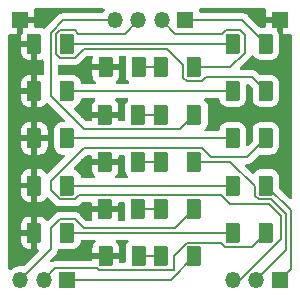
<source format=gbr>
%TF.GenerationSoftware,KiCad,Pcbnew,8.0.3*%
%TF.CreationDate,2024-07-13T00:09:23+02:00*%
%TF.ProjectId,Led Nixie,4c656420-4e69-4786-9965-2e6b69636164,rev?*%
%TF.SameCoordinates,Original*%
%TF.FileFunction,Copper,L1,Top*%
%TF.FilePolarity,Positive*%
%FSLAX46Y46*%
G04 Gerber Fmt 4.6, Leading zero omitted, Abs format (unit mm)*
G04 Created by KiCad (PCBNEW 8.0.3) date 2024-07-13 00:09:23*
%MOMM*%
%LPD*%
G01*
G04 APERTURE LIST*
G04 Aperture macros list*
%AMRoundRect*
0 Rectangle with rounded corners*
0 $1 Rounding radius*
0 $2 $3 $4 $5 $6 $7 $8 $9 X,Y pos of 4 corners*
0 Add a 4 corners polygon primitive as box body*
4,1,4,$2,$3,$4,$5,$6,$7,$8,$9,$2,$3,0*
0 Add four circle primitives for the rounded corners*
1,1,$1+$1,$2,$3*
1,1,$1+$1,$4,$5*
1,1,$1+$1,$6,$7*
1,1,$1+$1,$8,$9*
0 Add four rect primitives between the rounded corners*
20,1,$1+$1,$2,$3,$4,$5,0*
20,1,$1+$1,$4,$5,$6,$7,0*
20,1,$1+$1,$6,$7,$8,$9,0*
20,1,$1+$1,$8,$9,$2,$3,0*%
G04 Aperture macros list end*
%TA.AperFunction,ComponentPad*%
%ADD10R,1.350000X1.350000*%
%TD*%
%TA.AperFunction,ComponentPad*%
%ADD11O,1.350000X1.350000*%
%TD*%
%TA.AperFunction,SMDPad,CuDef*%
%ADD12RoundRect,0.250000X-0.375000X-0.625000X0.375000X-0.625000X0.375000X0.625000X-0.375000X0.625000X0*%
%TD*%
%TA.AperFunction,ViaPad*%
%ADD13C,0.600000*%
%TD*%
%TA.AperFunction,Conductor*%
%ADD14C,0.200000*%
%TD*%
G04 APERTURE END LIST*
D10*
%TO.P,J1,1,Pin_1*%
%TO.N,Net-(D1-A)*%
X103000000Y-29000000D03*
D11*
%TO.P,J1,2,Pin_2*%
%TO.N,Net-(D3-A)*%
X101000000Y-29000000D03*
%TO.P,J1,3,Pin_3*%
%TO.N,Net-(D5-A)*%
X99000000Y-29000000D03*
%TO.P,J1,4,Pin_4*%
%TO.N,Net-(D7-A)*%
X97000000Y-29000000D03*
%TD*%
D10*
%TO.P,J5,1,Pin_1*%
%TO.N,GND*%
X111000000Y-29000000D03*
%TD*%
%TO.P,J4,1,Pin_1*%
%TO.N,GND*%
X89000000Y-29000000D03*
%TD*%
%TO.P,J3,1,Pin_1*%
%TO.N,Net-(D19-A)*%
X93000000Y-51000000D03*
D11*
%TO.P,J3,2,Pin_2*%
%TO.N,Net-(D17-A)*%
X91000000Y-51000000D03*
%TO.P,J3,3,Pin_3*%
%TO.N,Net-(D15-A)*%
X89000000Y-51000000D03*
%TD*%
D10*
%TO.P,J2,1,Pin_1*%
%TO.N,Net-(D13-A)*%
X111000000Y-51000000D03*
D11*
%TO.P,J2,2,Pin_2*%
%TO.N,Net-(D11-A)*%
X109000000Y-51000000D03*
%TO.P,J2,3,Pin_3*%
%TO.N,Net-(D9-A)*%
X107000000Y-51000000D03*
%TD*%
D12*
%TO.P,D20,1,K*%
%TO.N,GND*%
X96250000Y-49000000D03*
%TO.P,D20,2,A*%
%TO.N,Net-(D19-K)*%
X99050000Y-49000000D03*
%TD*%
%TO.P,D19,1,K*%
%TO.N,Net-(D19-K)*%
X100950000Y-49000000D03*
%TO.P,D19,2,A*%
%TO.N,Net-(D19-A)*%
X103750000Y-49000000D03*
%TD*%
%TO.P,D18,1,K*%
%TO.N,GND*%
X90200000Y-47000000D03*
%TO.P,D18,2,A*%
%TO.N,Net-(D17-K)*%
X93000000Y-47000000D03*
%TD*%
%TO.P,D17,1,K*%
%TO.N,Net-(D17-K)*%
X107000000Y-47000000D03*
%TO.P,D17,2,A*%
%TO.N,Net-(D17-A)*%
X109800000Y-47000000D03*
%TD*%
%TO.P,D16,1,K*%
%TO.N,GND*%
X96200000Y-45000000D03*
%TO.P,D16,2,A*%
%TO.N,Net-(D15-K)*%
X99000000Y-45000000D03*
%TD*%
%TO.P,D15,1,K*%
%TO.N,Net-(D15-K)*%
X100950000Y-45000000D03*
%TO.P,D15,2,A*%
%TO.N,Net-(D15-A)*%
X103750000Y-45000000D03*
%TD*%
%TO.P,D14,1,K*%
%TO.N,GND*%
X90200000Y-43000000D03*
%TO.P,D14,2,A*%
%TO.N,Net-(D13-K)*%
X93000000Y-43000000D03*
%TD*%
%TO.P,D13,1,K*%
%TO.N,Net-(D13-K)*%
X107000000Y-43000000D03*
%TO.P,D13,2,A*%
%TO.N,Net-(D13-A)*%
X109800000Y-43000000D03*
%TD*%
%TO.P,D12,1,K*%
%TO.N,GND*%
X96200000Y-41000000D03*
%TO.P,D12,2,A*%
%TO.N,Net-(D11-K)*%
X99000000Y-41000000D03*
%TD*%
%TO.P,D11,1,K*%
%TO.N,Net-(D11-K)*%
X100950000Y-41000000D03*
%TO.P,D11,2,A*%
%TO.N,Net-(D11-A)*%
X103750000Y-41000000D03*
%TD*%
%TO.P,D10,1,K*%
%TO.N,GND*%
X90200000Y-39000000D03*
%TO.P,D10,2,A*%
%TO.N,Net-(D10-A)*%
X93000000Y-39000000D03*
%TD*%
%TO.P,D9,1,K*%
%TO.N,Net-(D10-A)*%
X107000000Y-39000000D03*
%TO.P,D9,2,A*%
%TO.N,Net-(D9-A)*%
X109800000Y-39000000D03*
%TD*%
%TO.P,D8,1,K*%
%TO.N,GND*%
X96200000Y-37000000D03*
%TO.P,D8,2,A*%
%TO.N,Net-(D7-K)*%
X99000000Y-37000000D03*
%TD*%
%TO.P,D7,1,K*%
%TO.N,Net-(D7-K)*%
X100950000Y-37000000D03*
%TO.P,D7,2,A*%
%TO.N,Net-(D7-A)*%
X103750000Y-37000000D03*
%TD*%
%TO.P,D6,1,K*%
%TO.N,GND*%
X90200000Y-35000000D03*
%TO.P,D6,2,A*%
%TO.N,Net-(D5-K)*%
X93000000Y-35000000D03*
%TD*%
%TO.P,D5,1,K*%
%TO.N,Net-(D5-K)*%
X107000000Y-35000000D03*
%TO.P,D5,2,A*%
%TO.N,Net-(D5-A)*%
X109800000Y-35000000D03*
%TD*%
%TO.P,D4,1,K*%
%TO.N,GND*%
X96250000Y-33000000D03*
%TO.P,D4,2,A*%
%TO.N,Net-(D3-K)*%
X99050000Y-33000000D03*
%TD*%
%TO.P,D3,1,K*%
%TO.N,Net-(D3-K)*%
X100950000Y-33000000D03*
%TO.P,D3,2,A*%
%TO.N,Net-(D3-A)*%
X103750000Y-33000000D03*
%TD*%
%TO.P,D2,1,K*%
%TO.N,GND*%
X90200000Y-31000000D03*
%TO.P,D2,2,A*%
%TO.N,Net-(D1-K)*%
X93000000Y-31000000D03*
%TD*%
%TO.P,D1,1,K*%
%TO.N,Net-(D1-K)*%
X107000000Y-31000000D03*
%TO.P,D1,2,A*%
%TO.N,Net-(D1-A)*%
X109800000Y-31000000D03*
%TD*%
D13*
%TO.N,GND*%
X94400000Y-45000000D03*
X94400000Y-49000000D03*
X94400000Y-41000000D03*
X94400000Y-33000000D03*
X94400000Y-37000000D03*
%TD*%
D14*
%TO.N,Net-(D7-A)*%
X94390256Y-38175000D02*
X102575000Y-38175000D01*
X102575000Y-38175000D02*
X103750000Y-37000000D01*
X91600000Y-35384744D02*
X94390256Y-38175000D01*
X91600000Y-30049570D02*
X91600000Y-35384744D01*
X92649570Y-29000000D02*
X91600000Y-30049570D01*
X97000000Y-29000000D02*
X92649570Y-29000000D01*
%TO.N,Net-(D9-A)*%
X108200000Y-40600000D02*
X109800000Y-39000000D01*
X105134744Y-40600000D02*
X108200000Y-40600000D01*
X104359744Y-39825000D02*
X105134744Y-40600000D01*
X94390256Y-39825000D02*
X104359744Y-39825000D01*
X91600000Y-42615256D02*
X94390256Y-39825000D01*
X91600000Y-43384744D02*
X91600000Y-42615256D01*
X92390256Y-44175000D02*
X91600000Y-43384744D01*
X93992372Y-43792372D02*
X93609744Y-44175000D01*
X106007628Y-43792372D02*
X93992372Y-43792372D01*
X93609744Y-44175000D02*
X92390256Y-44175000D01*
X106790256Y-44575000D02*
X106007628Y-43792372D01*
X111100000Y-47521141D02*
X111100000Y-45565686D01*
X111100000Y-45565686D02*
X110109314Y-44575000D01*
X107621141Y-51000000D02*
X111100000Y-47521141D01*
X110109314Y-44575000D02*
X106790256Y-44575000D01*
X107000000Y-51000000D02*
X107621141Y-51000000D01*
%TO.N,Net-(D15-A)*%
X102150000Y-46600000D02*
X103750000Y-45000000D01*
X91600000Y-48400000D02*
X91600000Y-46615256D01*
X93609744Y-45825000D02*
X94384744Y-46600000D01*
X94384744Y-46600000D02*
X102150000Y-46600000D01*
X89000000Y-51000000D02*
X91600000Y-48400000D01*
X91600000Y-46615256D02*
X92390256Y-45825000D01*
X92390256Y-45825000D02*
X93609744Y-45825000D01*
%TO.N,Net-(D17-A)*%
X108625000Y-48175000D02*
X109800000Y-47000000D01*
X106375000Y-48175000D02*
X108625000Y-48175000D01*
X103140256Y-47825000D02*
X106025000Y-47825000D01*
X102009314Y-48955942D02*
X103140256Y-47825000D01*
X106025000Y-47825000D02*
X106375000Y-48175000D01*
X102009314Y-50175000D02*
X102009314Y-48955942D01*
X95640256Y-50175000D02*
X102009314Y-50175000D01*
X95490256Y-50025000D02*
X95640256Y-50175000D01*
X91975000Y-50025000D02*
X95490256Y-50025000D01*
X91000000Y-51000000D02*
X91975000Y-50025000D01*
%TO.N,Net-(D11-A)*%
X106800000Y-41000000D02*
X103750000Y-41000000D01*
X108875000Y-43859744D02*
X108875000Y-43075000D01*
X110275000Y-44175000D02*
X109190256Y-44175000D01*
X108875000Y-43075000D02*
X106800000Y-41000000D01*
X111500000Y-45400000D02*
X110275000Y-44175000D01*
X109190256Y-44175000D02*
X108875000Y-43859744D01*
X111500000Y-48500000D02*
X111500000Y-45400000D01*
X109000000Y-51000000D02*
X111500000Y-48500000D01*
%TO.N,Net-(D13-A)*%
X111900000Y-45100000D02*
X109800000Y-43000000D01*
X111900000Y-50100000D02*
X111900000Y-45100000D01*
X111000000Y-51000000D02*
X111900000Y-50100000D01*
%TO.N,Net-(D19-A)*%
X93000000Y-51000000D02*
X101750000Y-51000000D01*
X101750000Y-51000000D02*
X103750000Y-49000000D01*
%TO.N,Net-(D5-A)*%
X104734744Y-33800000D02*
X108600000Y-33800000D01*
X104359744Y-34175000D02*
X104734744Y-33800000D01*
X102825000Y-33859744D02*
X103140256Y-34175000D01*
X108600000Y-33800000D02*
X109800000Y-35000000D01*
X102825000Y-32825000D02*
X102825000Y-33859744D01*
X101400000Y-31400000D02*
X102825000Y-32825000D01*
X94384744Y-31400000D02*
X101400000Y-31400000D01*
X93609744Y-32175000D02*
X94384744Y-31400000D01*
X92390256Y-32175000D02*
X93609744Y-32175000D01*
X92075000Y-31859744D02*
X92390256Y-32175000D01*
X92075000Y-30140256D02*
X92075000Y-31859744D01*
X92390256Y-29825000D02*
X92075000Y-30140256D01*
X93609744Y-29825000D02*
X92390256Y-29825000D01*
X93925000Y-30140256D02*
X93609744Y-29825000D01*
X97859744Y-30140256D02*
X93925000Y-30140256D01*
X103140256Y-34175000D02*
X104359744Y-34175000D01*
X99000000Y-29000000D02*
X97859744Y-30140256D01*
%TO.N,Net-(D3-A)*%
X106784744Y-33000000D02*
X103750000Y-33000000D01*
X107609744Y-29825000D02*
X108000000Y-30215256D01*
X106390256Y-29825000D02*
X107609744Y-29825000D01*
X102140256Y-30140256D02*
X106075000Y-30140256D01*
X108000000Y-31784744D02*
X106784744Y-33000000D01*
X101000000Y-29000000D02*
X102140256Y-30140256D01*
X106075000Y-30140256D02*
X106390256Y-29825000D01*
X108000000Y-30215256D02*
X108000000Y-31784744D01*
%TO.N,Net-(D1-A)*%
X107800000Y-29000000D02*
X109800000Y-31000000D01*
X103000000Y-29000000D02*
X107800000Y-29000000D01*
%TO.N,Net-(D19-K)*%
X99050000Y-49000000D02*
X100950000Y-49000000D01*
%TO.N,Net-(D17-K)*%
X93000000Y-47000000D02*
X107000000Y-47000000D01*
%TO.N,Net-(D15-K)*%
X99000000Y-45000000D02*
X100950000Y-45000000D01*
%TO.N,Net-(D13-K)*%
X93000000Y-43000000D02*
X107000000Y-43000000D01*
%TO.N,Net-(D11-K)*%
X99000000Y-41000000D02*
X100950000Y-41000000D01*
%TO.N,Net-(D10-A)*%
X93000000Y-39000000D02*
X107000000Y-39000000D01*
%TO.N,Net-(D7-K)*%
X99000000Y-37000000D02*
X100950000Y-37000000D01*
%TO.N,Net-(D5-K)*%
X93000000Y-35000000D02*
X107000000Y-35000000D01*
%TO.N,Net-(D3-K)*%
X99050000Y-33000000D02*
X100950000Y-33000000D01*
%TO.N,Net-(D1-K)*%
X93000000Y-31000000D02*
X107000000Y-31000000D01*
%TO.N,Net-(D3-K)*%
X99000000Y-33100000D02*
X99100000Y-33100000D01*
X98900000Y-33000000D02*
X99000000Y-33100000D01*
%TD*%
%TA.AperFunction,Conductor*%
%TO.N,GND*%
G36*
X89250000Y-30094000D02*
G01*
X89230315Y-30161039D01*
X89177511Y-30206794D01*
X89126000Y-30218000D01*
X89086921Y-30218000D01*
X89085494Y-30222304D01*
X89085493Y-30222308D01*
X89075000Y-30325013D01*
X89075000Y-30750000D01*
X90326000Y-30750000D01*
X90393039Y-30769685D01*
X90438794Y-30822489D01*
X90450000Y-30874000D01*
X90450000Y-32374999D01*
X90624972Y-32374999D01*
X90624986Y-32374998D01*
X90727697Y-32364505D01*
X90836496Y-32328453D01*
X90906324Y-32326051D01*
X90966366Y-32361783D01*
X90997559Y-32424303D01*
X90999500Y-32446159D01*
X90999500Y-33553841D01*
X90979815Y-33620880D01*
X90927011Y-33666635D01*
X90857853Y-33676579D01*
X90836496Y-33671547D01*
X90727697Y-33635494D01*
X90727690Y-33635493D01*
X90624986Y-33625000D01*
X90450000Y-33625000D01*
X90450000Y-36374999D01*
X90624972Y-36374999D01*
X90624986Y-36374998D01*
X90727697Y-36364505D01*
X90894119Y-36309358D01*
X90894124Y-36309356D01*
X91043345Y-36217315D01*
X91167317Y-36093343D01*
X91196403Y-36046187D01*
X91248350Y-35999462D01*
X91317312Y-35988239D01*
X91381395Y-36016082D01*
X91389623Y-36023602D01*
X92778840Y-37412819D01*
X92812325Y-37474142D01*
X92807341Y-37543834D01*
X92765469Y-37599767D01*
X92700005Y-37624184D01*
X92691160Y-37624500D01*
X92574999Y-37624500D01*
X92574980Y-37624501D01*
X92472203Y-37635000D01*
X92472200Y-37635001D01*
X92305668Y-37690185D01*
X92305663Y-37690187D01*
X92156342Y-37782289D01*
X92032289Y-37906342D01*
X91940187Y-38055663D01*
X91940185Y-38055668D01*
X91940115Y-38055880D01*
X91885001Y-38222203D01*
X91885001Y-38222204D01*
X91885000Y-38222204D01*
X91874500Y-38324983D01*
X91874500Y-39675001D01*
X91874501Y-39675018D01*
X91885000Y-39777796D01*
X91885001Y-39777799D01*
X91927591Y-39906324D01*
X91940186Y-39944334D01*
X92032288Y-40093656D01*
X92156344Y-40217712D01*
X92305666Y-40309814D01*
X92472203Y-40364999D01*
X92574991Y-40375500D01*
X92691159Y-40375499D01*
X92758197Y-40395183D01*
X92803952Y-40447987D01*
X92813896Y-40517145D01*
X92784872Y-40580701D01*
X92778839Y-40587180D01*
X91389622Y-41976396D01*
X91328299Y-42009881D01*
X91258607Y-42004897D01*
X91202674Y-41963025D01*
X91196402Y-41953811D01*
X91167317Y-41906656D01*
X91043345Y-41782684D01*
X90894124Y-41690643D01*
X90894119Y-41690641D01*
X90727697Y-41635494D01*
X90727690Y-41635493D01*
X90624986Y-41625000D01*
X90450000Y-41625000D01*
X90450000Y-44374999D01*
X90624972Y-44374999D01*
X90624986Y-44374998D01*
X90727697Y-44364505D01*
X90894119Y-44309358D01*
X90894124Y-44309356D01*
X91043345Y-44217315D01*
X91167315Y-44093345D01*
X91196403Y-44046187D01*
X91248351Y-43999463D01*
X91317313Y-43988240D01*
X91381396Y-44016084D01*
X91389623Y-44023603D01*
X91675376Y-44309356D01*
X92021540Y-44655520D01*
X92021542Y-44655521D01*
X92021546Y-44655524D01*
X92158465Y-44734573D01*
X92158472Y-44734577D01*
X92311199Y-44775501D01*
X92311201Y-44775501D01*
X92476910Y-44775501D01*
X92476926Y-44775500D01*
X93523075Y-44775500D01*
X93523091Y-44775501D01*
X93530687Y-44775501D01*
X93688798Y-44775501D01*
X93688801Y-44775501D01*
X93841529Y-44734577D01*
X93891648Y-44705639D01*
X93978460Y-44655520D01*
X94090264Y-44543716D01*
X94090265Y-44543714D01*
X94204790Y-44429190D01*
X94266113Y-44395706D01*
X94292471Y-44392872D01*
X94951000Y-44392872D01*
X95018039Y-44412557D01*
X95063794Y-44465361D01*
X95075000Y-44516872D01*
X95075000Y-44750000D01*
X97324999Y-44750000D01*
X97324999Y-44516872D01*
X97344684Y-44449833D01*
X97397488Y-44404078D01*
X97448999Y-44392872D01*
X97750500Y-44392872D01*
X97817539Y-44412557D01*
X97863294Y-44465361D01*
X97874500Y-44516872D01*
X97874500Y-45675001D01*
X97874501Y-45675018D01*
X97885000Y-45777796D01*
X97904452Y-45836495D01*
X97906854Y-45906324D01*
X97871122Y-45966366D01*
X97808602Y-45997559D01*
X97786746Y-45999500D01*
X97412727Y-45999500D01*
X97345688Y-45979815D01*
X97299933Y-45927011D01*
X97289989Y-45857853D01*
X97295021Y-45836496D01*
X97314505Y-45777697D01*
X97314506Y-45777690D01*
X97324999Y-45674986D01*
X97325000Y-45674973D01*
X97325000Y-45250000D01*
X95075001Y-45250000D01*
X95075001Y-45674986D01*
X95085494Y-45777697D01*
X95104978Y-45836496D01*
X95107380Y-45906325D01*
X95071648Y-45966366D01*
X95009127Y-45997559D01*
X94987272Y-45999500D01*
X94684842Y-45999500D01*
X94617803Y-45979815D01*
X94597161Y-45963181D01*
X94097334Y-45463355D01*
X94097332Y-45463352D01*
X93978461Y-45344481D01*
X93978460Y-45344480D01*
X93891648Y-45294360D01*
X93891648Y-45294359D01*
X93891644Y-45294358D01*
X93841529Y-45265423D01*
X93688801Y-45224499D01*
X93530687Y-45224499D01*
X93523091Y-45224499D01*
X93523075Y-45224500D01*
X92476926Y-45224500D01*
X92476910Y-45224499D01*
X92469314Y-45224499D01*
X92311199Y-45224499D01*
X92234835Y-45244961D01*
X92158470Y-45265423D01*
X92158465Y-45265426D01*
X92021546Y-45344475D01*
X92021538Y-45344481D01*
X91389622Y-45976396D01*
X91328299Y-46009881D01*
X91258607Y-46004897D01*
X91202674Y-45963025D01*
X91196402Y-45953811D01*
X91167317Y-45906656D01*
X91043345Y-45782684D01*
X90894124Y-45690643D01*
X90894119Y-45690641D01*
X90727697Y-45635494D01*
X90727690Y-45635493D01*
X90624986Y-45625000D01*
X90450000Y-45625000D01*
X90450000Y-48374999D01*
X90476402Y-48374999D01*
X90543441Y-48394684D01*
X90589196Y-48447488D01*
X90599140Y-48516646D01*
X90570115Y-48580202D01*
X90564083Y-48586680D01*
X89338253Y-49812510D01*
X89276930Y-49845995D01*
X89227789Y-49846718D01*
X89108926Y-49824500D01*
X88891074Y-49824500D01*
X88676931Y-49864530D01*
X88628130Y-49883435D01*
X88473792Y-49943226D01*
X88473786Y-49943229D01*
X88288576Y-50057906D01*
X88288567Y-50057913D01*
X88208037Y-50131325D01*
X88145233Y-50161941D01*
X88075846Y-50153743D01*
X88021906Y-50109333D01*
X88000539Y-50042810D01*
X88000500Y-50039687D01*
X88000500Y-47674986D01*
X89075001Y-47674986D01*
X89085494Y-47777697D01*
X89140641Y-47944119D01*
X89140643Y-47944124D01*
X89232684Y-48093345D01*
X89356654Y-48217315D01*
X89505875Y-48309356D01*
X89505880Y-48309358D01*
X89672302Y-48364505D01*
X89672309Y-48364506D01*
X89775019Y-48374999D01*
X89949999Y-48374999D01*
X89950000Y-48374998D01*
X89950000Y-47250000D01*
X89075001Y-47250000D01*
X89075001Y-47674986D01*
X88000500Y-47674986D01*
X88000500Y-46325013D01*
X89075000Y-46325013D01*
X89075000Y-46750000D01*
X89950000Y-46750000D01*
X89950000Y-45625000D01*
X89775029Y-45625000D01*
X89775012Y-45625001D01*
X89672302Y-45635494D01*
X89505880Y-45690641D01*
X89505875Y-45690643D01*
X89356654Y-45782684D01*
X89232684Y-45906654D01*
X89140643Y-46055875D01*
X89140641Y-46055880D01*
X89085494Y-46222302D01*
X89085493Y-46222309D01*
X89075000Y-46325013D01*
X88000500Y-46325013D01*
X88000500Y-43674986D01*
X89075001Y-43674986D01*
X89085494Y-43777697D01*
X89140641Y-43944119D01*
X89140643Y-43944124D01*
X89232684Y-44093345D01*
X89356654Y-44217315D01*
X89505875Y-44309356D01*
X89505880Y-44309358D01*
X89672302Y-44364505D01*
X89672309Y-44364506D01*
X89775019Y-44374999D01*
X89949999Y-44374999D01*
X89950000Y-44374998D01*
X89950000Y-43250000D01*
X89075001Y-43250000D01*
X89075001Y-43674986D01*
X88000500Y-43674986D01*
X88000500Y-42325013D01*
X89075000Y-42325013D01*
X89075000Y-42750000D01*
X89950000Y-42750000D01*
X89950000Y-41625000D01*
X89775029Y-41625000D01*
X89775012Y-41625001D01*
X89672302Y-41635494D01*
X89505880Y-41690641D01*
X89505875Y-41690643D01*
X89356654Y-41782684D01*
X89232684Y-41906654D01*
X89140643Y-42055875D01*
X89140641Y-42055880D01*
X89085494Y-42222302D01*
X89085493Y-42222309D01*
X89075000Y-42325013D01*
X88000500Y-42325013D01*
X88000500Y-39674986D01*
X89075001Y-39674986D01*
X89085494Y-39777697D01*
X89140641Y-39944119D01*
X89140643Y-39944124D01*
X89232684Y-40093345D01*
X89356654Y-40217315D01*
X89505875Y-40309356D01*
X89505880Y-40309358D01*
X89672302Y-40364505D01*
X89672309Y-40364506D01*
X89775019Y-40374999D01*
X89949999Y-40374999D01*
X90450000Y-40374999D01*
X90624972Y-40374999D01*
X90624986Y-40374998D01*
X90727697Y-40364505D01*
X90894119Y-40309358D01*
X90894124Y-40309356D01*
X91043345Y-40217315D01*
X91167315Y-40093345D01*
X91259356Y-39944124D01*
X91259358Y-39944119D01*
X91314505Y-39777697D01*
X91314506Y-39777690D01*
X91324999Y-39674986D01*
X91325000Y-39674973D01*
X91325000Y-39250000D01*
X90450000Y-39250000D01*
X90450000Y-40374999D01*
X89949999Y-40374999D01*
X89950000Y-40374998D01*
X89950000Y-39250000D01*
X89075001Y-39250000D01*
X89075001Y-39674986D01*
X88000500Y-39674986D01*
X88000500Y-38325013D01*
X89075000Y-38325013D01*
X89075000Y-38750000D01*
X89950000Y-38750000D01*
X90450000Y-38750000D01*
X91324999Y-38750000D01*
X91324999Y-38325028D01*
X91324998Y-38325013D01*
X91314505Y-38222302D01*
X91259358Y-38055880D01*
X91259356Y-38055875D01*
X91167315Y-37906654D01*
X91043345Y-37782684D01*
X90894124Y-37690643D01*
X90894119Y-37690641D01*
X90727697Y-37635494D01*
X90727690Y-37635493D01*
X90624986Y-37625000D01*
X90450000Y-37625000D01*
X90450000Y-38750000D01*
X89950000Y-38750000D01*
X89950000Y-37625000D01*
X89775029Y-37625000D01*
X89775012Y-37625001D01*
X89672302Y-37635494D01*
X89505880Y-37690641D01*
X89505875Y-37690643D01*
X89356654Y-37782684D01*
X89232684Y-37906654D01*
X89140643Y-38055875D01*
X89140641Y-38055880D01*
X89085494Y-38222302D01*
X89085493Y-38222309D01*
X89075000Y-38325013D01*
X88000500Y-38325013D01*
X88000500Y-35674986D01*
X89075001Y-35674986D01*
X89085494Y-35777697D01*
X89140641Y-35944119D01*
X89140643Y-35944124D01*
X89232684Y-36093345D01*
X89356654Y-36217315D01*
X89505875Y-36309356D01*
X89505880Y-36309358D01*
X89672302Y-36364505D01*
X89672309Y-36364506D01*
X89775019Y-36374999D01*
X89949999Y-36374999D01*
X89950000Y-36374998D01*
X89950000Y-35250000D01*
X89075001Y-35250000D01*
X89075001Y-35674986D01*
X88000500Y-35674986D01*
X88000500Y-34325013D01*
X89075000Y-34325013D01*
X89075000Y-34750000D01*
X89950000Y-34750000D01*
X89950000Y-33625000D01*
X89775029Y-33625000D01*
X89775012Y-33625001D01*
X89672302Y-33635494D01*
X89505880Y-33690641D01*
X89505875Y-33690643D01*
X89356654Y-33782684D01*
X89232684Y-33906654D01*
X89140643Y-34055875D01*
X89140641Y-34055880D01*
X89085494Y-34222302D01*
X89085493Y-34222309D01*
X89075000Y-34325013D01*
X88000500Y-34325013D01*
X88000500Y-31674986D01*
X89075001Y-31674986D01*
X89085494Y-31777697D01*
X89140641Y-31944119D01*
X89140643Y-31944124D01*
X89232684Y-32093345D01*
X89356654Y-32217315D01*
X89505875Y-32309356D01*
X89505880Y-32309358D01*
X89672302Y-32364505D01*
X89672309Y-32364506D01*
X89775019Y-32374999D01*
X89949999Y-32374999D01*
X89950000Y-32374998D01*
X89950000Y-31250000D01*
X89075001Y-31250000D01*
X89075001Y-31674986D01*
X88000500Y-31674986D01*
X88000500Y-30266209D01*
X88020185Y-30199170D01*
X88072989Y-30153415D01*
X88142147Y-30143471D01*
X88167834Y-30150027D01*
X88217623Y-30168597D01*
X88217627Y-30168598D01*
X88277155Y-30174999D01*
X88277172Y-30175000D01*
X88750000Y-30175000D01*
X88750000Y-29315686D01*
X88754394Y-29320080D01*
X88845606Y-29372741D01*
X88947339Y-29400000D01*
X89052661Y-29400000D01*
X89154394Y-29372741D01*
X89245606Y-29320080D01*
X89250000Y-29315686D01*
X89250000Y-30094000D01*
G37*
%TD.AperFunction*%
%TA.AperFunction,Conductor*%
G36*
X95356516Y-47620185D02*
G01*
X95402271Y-47672989D01*
X95412215Y-47742147D01*
X95383190Y-47805703D01*
X95377158Y-47812181D01*
X95282684Y-47906654D01*
X95190643Y-48055875D01*
X95190641Y-48055880D01*
X95135494Y-48222302D01*
X95135493Y-48222309D01*
X95125000Y-48325013D01*
X95125000Y-48750000D01*
X97374999Y-48750000D01*
X97374999Y-48325028D01*
X97374998Y-48325013D01*
X97364505Y-48222302D01*
X97309358Y-48055880D01*
X97309356Y-48055875D01*
X97217315Y-47906654D01*
X97122842Y-47812181D01*
X97089357Y-47750858D01*
X97094341Y-47681166D01*
X97136213Y-47625233D01*
X97201677Y-47600816D01*
X97210523Y-47600500D01*
X98088770Y-47600500D01*
X98155809Y-47620185D01*
X98201564Y-47672989D01*
X98211508Y-47742147D01*
X98182483Y-47805703D01*
X98176451Y-47812181D01*
X98082289Y-47906342D01*
X97990187Y-48055663D01*
X97990185Y-48055668D01*
X97990115Y-48055880D01*
X97935001Y-48222203D01*
X97935001Y-48222204D01*
X97935000Y-48222204D01*
X97924500Y-48324983D01*
X97924500Y-48324991D01*
X97924500Y-48917148D01*
X97924501Y-49450500D01*
X97904816Y-49517539D01*
X97852013Y-49563294D01*
X97800501Y-49574500D01*
X97499000Y-49574500D01*
X97431961Y-49554815D01*
X97386206Y-49502011D01*
X97375000Y-49450500D01*
X97375000Y-49250000D01*
X95125001Y-49250000D01*
X95125001Y-49300500D01*
X95105316Y-49367539D01*
X95052512Y-49413294D01*
X95001001Y-49424500D01*
X91895942Y-49424500D01*
X91743214Y-49465423D01*
X91722594Y-49477328D01*
X91719598Y-49479059D01*
X91717069Y-49480519D01*
X91717062Y-49480523D01*
X91708536Y-49485445D01*
X91640636Y-49501914D01*
X91574610Y-49479059D01*
X91531421Y-49424136D01*
X91524783Y-49354583D01*
X91556802Y-49292481D01*
X91558860Y-49290374D01*
X91659244Y-49189990D01*
X91958506Y-48890727D01*
X91958511Y-48890724D01*
X91968714Y-48880520D01*
X91968716Y-48880520D01*
X92080520Y-48768716D01*
X92145874Y-48655519D01*
X92159577Y-48631785D01*
X92200500Y-48479058D01*
X92200500Y-48446685D01*
X92220185Y-48379646D01*
X92272989Y-48333891D01*
X92342147Y-48323947D01*
X92363497Y-48328977D01*
X92472203Y-48364999D01*
X92574991Y-48375500D01*
X93425008Y-48375499D01*
X93425016Y-48375498D01*
X93425019Y-48375498D01*
X93481302Y-48369748D01*
X93527797Y-48364999D01*
X93694334Y-48309814D01*
X93843656Y-48217712D01*
X93967712Y-48093656D01*
X94059814Y-47944334D01*
X94114999Y-47777797D01*
X94118641Y-47742147D01*
X94121732Y-47711897D01*
X94148129Y-47647205D01*
X94205310Y-47607054D01*
X94245090Y-47600500D01*
X95289477Y-47600500D01*
X95356516Y-47620185D01*
G37*
%TD.AperFunction*%
%TA.AperFunction,Conductor*%
G36*
X111250000Y-30175000D02*
G01*
X111722828Y-30175000D01*
X111722844Y-30174999D01*
X111782372Y-30168598D01*
X111782376Y-30168597D01*
X111832166Y-30150027D01*
X111901858Y-30145043D01*
X111963181Y-30178528D01*
X111996666Y-30239851D01*
X111999500Y-30266209D01*
X111999500Y-44050903D01*
X111979815Y-44117942D01*
X111927011Y-44163697D01*
X111857853Y-44173641D01*
X111794297Y-44144616D01*
X111787819Y-44138584D01*
X110961818Y-43312583D01*
X110928333Y-43251260D01*
X110925499Y-43224902D01*
X110925499Y-42324998D01*
X110925498Y-42324981D01*
X110914999Y-42222203D01*
X110914998Y-42222200D01*
X110886015Y-42134736D01*
X110859814Y-42055666D01*
X110767712Y-41906344D01*
X110643656Y-41782288D01*
X110494334Y-41690186D01*
X110327797Y-41635001D01*
X110327795Y-41635000D01*
X110225010Y-41624500D01*
X109374998Y-41624500D01*
X109374980Y-41624501D01*
X109272203Y-41635000D01*
X109272200Y-41635001D01*
X109105668Y-41690185D01*
X109105663Y-41690187D01*
X108956342Y-41782289D01*
X108832287Y-41906344D01*
X108809052Y-41944015D01*
X108757104Y-41990739D01*
X108688141Y-42001960D01*
X108624059Y-41974117D01*
X108615833Y-41966598D01*
X108061417Y-41412182D01*
X108027932Y-41350859D01*
X108032916Y-41281167D01*
X108074788Y-41225234D01*
X108140252Y-41200817D01*
X108149098Y-41200501D01*
X108279054Y-41200501D01*
X108279057Y-41200501D01*
X108431785Y-41159577D01*
X108481904Y-41130639D01*
X108568716Y-41080520D01*
X108680520Y-40968716D01*
X108680520Y-40968714D01*
X108690728Y-40958507D01*
X108690729Y-40958504D01*
X109241457Y-40407777D01*
X109302778Y-40374294D01*
X109341735Y-40372102D01*
X109374991Y-40375500D01*
X110225008Y-40375499D01*
X110225016Y-40375498D01*
X110225019Y-40375498D01*
X110281302Y-40369748D01*
X110327797Y-40364999D01*
X110494334Y-40309814D01*
X110643656Y-40217712D01*
X110767712Y-40093656D01*
X110859814Y-39944334D01*
X110914999Y-39777797D01*
X110925500Y-39675009D01*
X110925499Y-38324992D01*
X110914999Y-38222203D01*
X110859814Y-38055666D01*
X110767712Y-37906344D01*
X110643656Y-37782288D01*
X110494334Y-37690186D01*
X110327797Y-37635001D01*
X110327795Y-37635000D01*
X110225010Y-37624500D01*
X109374998Y-37624500D01*
X109374980Y-37624501D01*
X109272203Y-37635000D01*
X109272200Y-37635001D01*
X109105668Y-37690185D01*
X109105663Y-37690187D01*
X108956342Y-37782289D01*
X108832289Y-37906342D01*
X108740187Y-38055663D01*
X108740185Y-38055668D01*
X108740115Y-38055880D01*
X108685001Y-38222203D01*
X108685001Y-38222204D01*
X108685000Y-38222204D01*
X108674500Y-38324983D01*
X108674500Y-39224901D01*
X108654815Y-39291940D01*
X108638181Y-39312582D01*
X108337180Y-39613582D01*
X108275857Y-39647067D01*
X108206165Y-39642083D01*
X108150232Y-39600211D01*
X108125815Y-39534747D01*
X108125499Y-39525925D01*
X108125499Y-38324992D01*
X108114999Y-38222203D01*
X108059814Y-38055666D01*
X107967712Y-37906344D01*
X107843656Y-37782288D01*
X107694334Y-37690186D01*
X107527797Y-37635001D01*
X107527795Y-37635000D01*
X107425010Y-37624500D01*
X106574998Y-37624500D01*
X106574980Y-37624501D01*
X106472203Y-37635000D01*
X106472200Y-37635001D01*
X106305668Y-37690185D01*
X106305663Y-37690187D01*
X106156342Y-37782289D01*
X106032289Y-37906342D01*
X105940187Y-38055663D01*
X105940185Y-38055668D01*
X105885001Y-38222204D01*
X105885000Y-38222205D01*
X105878268Y-38288103D01*
X105851871Y-38352795D01*
X105794690Y-38392946D01*
X105754910Y-38399500D01*
X104711230Y-38399500D01*
X104644191Y-38379815D01*
X104598436Y-38327011D01*
X104588492Y-38257853D01*
X104617517Y-38194297D01*
X104623549Y-38187819D01*
X104717712Y-38093656D01*
X104809814Y-37944334D01*
X104864999Y-37777797D01*
X104875500Y-37675009D01*
X104875499Y-36324992D01*
X104864999Y-36222203D01*
X104809814Y-36055666D01*
X104717712Y-35906344D01*
X104623549Y-35812181D01*
X104590064Y-35750858D01*
X104595048Y-35681166D01*
X104636920Y-35625233D01*
X104702384Y-35600816D01*
X104711230Y-35600500D01*
X105754911Y-35600500D01*
X105821950Y-35620185D01*
X105867705Y-35672989D01*
X105878269Y-35711898D01*
X105885001Y-35777797D01*
X105885001Y-35777799D01*
X105913985Y-35865265D01*
X105940186Y-35944334D01*
X106032288Y-36093656D01*
X106156344Y-36217712D01*
X106305666Y-36309814D01*
X106472203Y-36364999D01*
X106574991Y-36375500D01*
X107425008Y-36375499D01*
X107425016Y-36375498D01*
X107425019Y-36375498D01*
X107481302Y-36369748D01*
X107527797Y-36364999D01*
X107694334Y-36309814D01*
X107843656Y-36217712D01*
X107967712Y-36093656D01*
X108059814Y-35944334D01*
X108114999Y-35777797D01*
X108125500Y-35675009D01*
X108125499Y-34524499D01*
X108145184Y-34457461D01*
X108197987Y-34411706D01*
X108249499Y-34400500D01*
X108299903Y-34400500D01*
X108366942Y-34420185D01*
X108387584Y-34436819D01*
X108638181Y-34687416D01*
X108671666Y-34748739D01*
X108674500Y-34775097D01*
X108674500Y-35675001D01*
X108674501Y-35675019D01*
X108685000Y-35777796D01*
X108685001Y-35777799D01*
X108713985Y-35865265D01*
X108740186Y-35944334D01*
X108832288Y-36093656D01*
X108956344Y-36217712D01*
X109105666Y-36309814D01*
X109272203Y-36364999D01*
X109374991Y-36375500D01*
X110225008Y-36375499D01*
X110225016Y-36375498D01*
X110225019Y-36375498D01*
X110281302Y-36369748D01*
X110327797Y-36364999D01*
X110494334Y-36309814D01*
X110643656Y-36217712D01*
X110767712Y-36093656D01*
X110859814Y-35944334D01*
X110914999Y-35777797D01*
X110925500Y-35675009D01*
X110925499Y-34324992D01*
X110914999Y-34222203D01*
X110859814Y-34055666D01*
X110767712Y-33906344D01*
X110643656Y-33782288D01*
X110494334Y-33690186D01*
X110327797Y-33635001D01*
X110327795Y-33635000D01*
X110225010Y-33624500D01*
X109374999Y-33624500D01*
X109374973Y-33624502D01*
X109341734Y-33627897D01*
X109273042Y-33615126D01*
X109241455Y-33592220D01*
X109087590Y-33438355D01*
X109087588Y-33438352D01*
X108968717Y-33319481D01*
X108968716Y-33319480D01*
X108881904Y-33269360D01*
X108881904Y-33269359D01*
X108881900Y-33269358D01*
X108831785Y-33240423D01*
X108679057Y-33199499D01*
X108520943Y-33199499D01*
X108513347Y-33199499D01*
X108513331Y-33199500D01*
X107733841Y-33199500D01*
X107666802Y-33179815D01*
X107621047Y-33127011D01*
X107611103Y-33057853D01*
X107640128Y-32994297D01*
X107646160Y-32987819D01*
X107928340Y-32705639D01*
X108480520Y-32153460D01*
X108557466Y-32020185D01*
X108563641Y-32009490D01*
X108566254Y-32010998D01*
X108601063Y-31967798D01*
X108667355Y-31945728D01*
X108735056Y-31963003D01*
X108777327Y-32004550D01*
X108832288Y-32093656D01*
X108956344Y-32217712D01*
X109105666Y-32309814D01*
X109272203Y-32364999D01*
X109374991Y-32375500D01*
X110225008Y-32375499D01*
X110225016Y-32375498D01*
X110225019Y-32375498D01*
X110281302Y-32369748D01*
X110327797Y-32364999D01*
X110494334Y-32309814D01*
X110643656Y-32217712D01*
X110767712Y-32093656D01*
X110859814Y-31944334D01*
X110914999Y-31777797D01*
X110925500Y-31675009D01*
X110925499Y-30324992D01*
X110914999Y-30222203D01*
X110859814Y-30055666D01*
X110768461Y-29907558D01*
X110750000Y-29842462D01*
X110750000Y-29315686D01*
X110754394Y-29320080D01*
X110845606Y-29372741D01*
X110947339Y-29400000D01*
X111052661Y-29400000D01*
X111154394Y-29372741D01*
X111245606Y-29320080D01*
X111250000Y-29315686D01*
X111250000Y-30175000D01*
G37*
%TD.AperFunction*%
%TA.AperFunction,Conductor*%
G36*
X95018039Y-40445185D02*
G01*
X95063794Y-40497989D01*
X95075000Y-40549500D01*
X95075000Y-40750000D01*
X97324999Y-40750000D01*
X97324999Y-40549500D01*
X97344684Y-40482461D01*
X97397488Y-40436706D01*
X97448999Y-40425500D01*
X97750500Y-40425500D01*
X97817539Y-40445185D01*
X97863294Y-40497989D01*
X97874500Y-40549500D01*
X97874500Y-41675001D01*
X97874501Y-41675018D01*
X97885000Y-41777796D01*
X97885001Y-41777799D01*
X97940185Y-41944331D01*
X97940187Y-41944336D01*
X97953918Y-41966598D01*
X98032096Y-42093345D01*
X98032289Y-42093657D01*
X98126451Y-42187819D01*
X98159936Y-42249142D01*
X98154952Y-42318834D01*
X98113080Y-42374767D01*
X98047616Y-42399184D01*
X98038770Y-42399500D01*
X97160523Y-42399500D01*
X97093484Y-42379815D01*
X97047729Y-42327011D01*
X97037785Y-42257853D01*
X97066810Y-42194297D01*
X97072842Y-42187819D01*
X97167315Y-42093345D01*
X97259356Y-41944124D01*
X97259358Y-41944119D01*
X97314505Y-41777697D01*
X97314506Y-41777690D01*
X97324999Y-41674986D01*
X97325000Y-41674973D01*
X97325000Y-41250000D01*
X95075001Y-41250000D01*
X95075001Y-41674986D01*
X95085494Y-41777697D01*
X95140641Y-41944119D01*
X95140643Y-41944124D01*
X95232684Y-42093345D01*
X95327158Y-42187819D01*
X95360643Y-42249142D01*
X95355659Y-42318834D01*
X95313787Y-42374767D01*
X95248323Y-42399184D01*
X95239477Y-42399500D01*
X94245089Y-42399500D01*
X94178050Y-42379815D01*
X94132295Y-42327011D01*
X94121731Y-42288102D01*
X94119839Y-42269591D01*
X94114999Y-42222203D01*
X94059814Y-42055666D01*
X93967712Y-41906344D01*
X93843656Y-41782288D01*
X93694334Y-41690186D01*
X93694328Y-41690184D01*
X93644784Y-41673766D01*
X93587340Y-41633993D01*
X93560518Y-41569477D01*
X93572834Y-41500701D01*
X93596106Y-41468384D01*
X94602672Y-40461819D01*
X94663995Y-40428334D01*
X94690353Y-40425500D01*
X94951000Y-40425500D01*
X95018039Y-40445185D01*
G37*
%TD.AperFunction*%
%TA.AperFunction,Conductor*%
G36*
X95306516Y-35620185D02*
G01*
X95352271Y-35672989D01*
X95362215Y-35742147D01*
X95333190Y-35805703D01*
X95327158Y-35812181D01*
X95232684Y-35906654D01*
X95140643Y-36055875D01*
X95140641Y-36055880D01*
X95085494Y-36222302D01*
X95085493Y-36222309D01*
X95075000Y-36325013D01*
X95075000Y-36750000D01*
X97324999Y-36750000D01*
X97324999Y-36325028D01*
X97324998Y-36325013D01*
X97314505Y-36222302D01*
X97259358Y-36055880D01*
X97259356Y-36055875D01*
X97167315Y-35906654D01*
X97072842Y-35812181D01*
X97039357Y-35750858D01*
X97044341Y-35681166D01*
X97086213Y-35625233D01*
X97151677Y-35600816D01*
X97160523Y-35600500D01*
X98038770Y-35600500D01*
X98105809Y-35620185D01*
X98151564Y-35672989D01*
X98161508Y-35742147D01*
X98132483Y-35805703D01*
X98126451Y-35812181D01*
X98032289Y-35906342D01*
X97940187Y-36055663D01*
X97940185Y-36055668D01*
X97940115Y-36055880D01*
X97885001Y-36222203D01*
X97885001Y-36222204D01*
X97885000Y-36222204D01*
X97874500Y-36324983D01*
X97874500Y-36324996D01*
X97874501Y-37450500D01*
X97854816Y-37517539D01*
X97802013Y-37563294D01*
X97750501Y-37574500D01*
X97449000Y-37574500D01*
X97381961Y-37554815D01*
X97336206Y-37502011D01*
X97325000Y-37450500D01*
X97325000Y-37250000D01*
X95075001Y-37250000D01*
X95075001Y-37450500D01*
X95055316Y-37517539D01*
X95002512Y-37563294D01*
X94951001Y-37574500D01*
X94690353Y-37574500D01*
X94623314Y-37554815D01*
X94602672Y-37538181D01*
X93596110Y-36531619D01*
X93562625Y-36470296D01*
X93567609Y-36400604D01*
X93609481Y-36344671D01*
X93644785Y-36326232D01*
X93694334Y-36309814D01*
X93843656Y-36217712D01*
X93967712Y-36093656D01*
X94059814Y-35944334D01*
X94114999Y-35777797D01*
X94118641Y-35742147D01*
X94121732Y-35711897D01*
X94148129Y-35647205D01*
X94205310Y-35607054D01*
X94245090Y-35600500D01*
X95239477Y-35600500D01*
X95306516Y-35620185D01*
G37*
%TD.AperFunction*%
%TA.AperFunction,Conductor*%
G36*
X95104312Y-32020185D02*
G01*
X95150067Y-32072989D01*
X95160011Y-32142147D01*
X95154979Y-32163504D01*
X95135494Y-32222302D01*
X95135493Y-32222309D01*
X95125000Y-32325013D01*
X95125000Y-32750000D01*
X97374999Y-32750000D01*
X97374999Y-32325028D01*
X97374998Y-32325013D01*
X97364505Y-32222302D01*
X97345022Y-32163504D01*
X97342620Y-32093675D01*
X97378352Y-32033634D01*
X97440873Y-32002441D01*
X97462728Y-32000500D01*
X97836746Y-32000500D01*
X97903785Y-32020185D01*
X97949540Y-32072989D01*
X97959484Y-32142147D01*
X97954452Y-32163503D01*
X97935001Y-32222200D01*
X97935000Y-32222204D01*
X97924500Y-32324983D01*
X97924500Y-33675001D01*
X97924501Y-33675018D01*
X97935000Y-33777796D01*
X97935001Y-33777799D01*
X97988353Y-33938801D01*
X97990186Y-33944334D01*
X98082287Y-34093655D01*
X98082289Y-34093657D01*
X98176451Y-34187819D01*
X98209936Y-34249142D01*
X98204952Y-34318834D01*
X98163080Y-34374767D01*
X98097616Y-34399184D01*
X98088770Y-34399500D01*
X97210523Y-34399500D01*
X97143484Y-34379815D01*
X97097729Y-34327011D01*
X97087785Y-34257853D01*
X97116810Y-34194297D01*
X97122842Y-34187819D01*
X97217315Y-34093345D01*
X97309356Y-33944124D01*
X97309358Y-33944119D01*
X97364505Y-33777697D01*
X97364506Y-33777690D01*
X97374999Y-33674986D01*
X97375000Y-33674973D01*
X97375000Y-33250000D01*
X95125001Y-33250000D01*
X95125001Y-33674986D01*
X95135494Y-33777697D01*
X95190641Y-33944119D01*
X95190643Y-33944124D01*
X95282684Y-34093345D01*
X95377158Y-34187819D01*
X95410643Y-34249142D01*
X95405659Y-34318834D01*
X95363787Y-34374767D01*
X95298323Y-34399184D01*
X95289477Y-34399500D01*
X94245089Y-34399500D01*
X94178050Y-34379815D01*
X94132295Y-34327011D01*
X94121731Y-34288102D01*
X94119839Y-34269591D01*
X94114999Y-34222203D01*
X94059814Y-34055666D01*
X93967712Y-33906344D01*
X93843656Y-33782288D01*
X93694334Y-33690186D01*
X93527797Y-33635001D01*
X93527795Y-33635000D01*
X93425010Y-33624500D01*
X92574998Y-33624500D01*
X92574980Y-33624501D01*
X92472203Y-33635000D01*
X92472200Y-33635001D01*
X92363504Y-33671020D01*
X92293676Y-33673422D01*
X92233634Y-33637690D01*
X92202441Y-33575170D01*
X92200500Y-33553314D01*
X92200500Y-32899500D01*
X92220185Y-32832461D01*
X92272989Y-32786706D01*
X92324500Y-32775500D01*
X93523075Y-32775500D01*
X93523091Y-32775501D01*
X93530687Y-32775501D01*
X93688798Y-32775501D01*
X93688801Y-32775501D01*
X93841529Y-32734577D01*
X93891648Y-32705639D01*
X93978460Y-32655520D01*
X94090264Y-32543716D01*
X94090265Y-32543713D01*
X94597162Y-32036816D01*
X94658484Y-32003334D01*
X94684842Y-32000500D01*
X95037273Y-32000500D01*
X95104312Y-32020185D01*
G37*
%TD.AperFunction*%
%TA.AperFunction,Conductor*%
G36*
X96099912Y-28020185D02*
G01*
X96145667Y-28072989D01*
X96155611Y-28142147D01*
X96129626Y-28199044D01*
X96131028Y-28200103D01*
X96127573Y-28204677D01*
X96127573Y-28204678D01*
X96070364Y-28280436D01*
X96017660Y-28350227D01*
X95961551Y-28391863D01*
X95918706Y-28399500D01*
X92728627Y-28399500D01*
X92570513Y-28399500D01*
X92417785Y-28440423D01*
X92417784Y-28440423D01*
X92417782Y-28440424D01*
X92417779Y-28440425D01*
X92367666Y-28469359D01*
X92367665Y-28469360D01*
X92324259Y-28494420D01*
X92280855Y-28519479D01*
X92280852Y-28519481D01*
X91119481Y-29680852D01*
X91114530Y-29687305D01*
X91113304Y-29686364D01*
X91069397Y-29728231D01*
X91000790Y-29741454D01*
X90947480Y-29723554D01*
X90894124Y-29690643D01*
X90894119Y-29690641D01*
X90727697Y-29635494D01*
X90727690Y-29635493D01*
X90624986Y-29625000D01*
X90299000Y-29625000D01*
X90231961Y-29605315D01*
X90186206Y-29552511D01*
X90175000Y-29501000D01*
X90175000Y-29250000D01*
X89315686Y-29250000D01*
X89320080Y-29245606D01*
X89372741Y-29154394D01*
X89400000Y-29052661D01*
X89400000Y-28947339D01*
X89372741Y-28845606D01*
X89320080Y-28754394D01*
X89315686Y-28750000D01*
X90175000Y-28750000D01*
X90175000Y-28277172D01*
X90174999Y-28277155D01*
X90168598Y-28217627D01*
X90168597Y-28217623D01*
X90150027Y-28167834D01*
X90145043Y-28098142D01*
X90178528Y-28036819D01*
X90239851Y-28003334D01*
X90266209Y-28000500D01*
X96032873Y-28000500D01*
X96099912Y-28020185D01*
G37*
%TD.AperFunction*%
%TA.AperFunction,Conductor*%
G36*
X109800830Y-28020185D02*
G01*
X109846585Y-28072989D01*
X109856529Y-28142147D01*
X109849973Y-28167834D01*
X109831402Y-28217623D01*
X109831401Y-28217627D01*
X109825000Y-28277155D01*
X109825000Y-28750000D01*
X110684314Y-28750000D01*
X110679920Y-28754394D01*
X110627259Y-28845606D01*
X110600000Y-28947339D01*
X110600000Y-29052661D01*
X110627259Y-29154394D01*
X110679920Y-29245606D01*
X110684314Y-29250000D01*
X109825000Y-29250000D01*
X109825000Y-29500500D01*
X109805315Y-29567539D01*
X109752511Y-29613294D01*
X109701000Y-29624500D01*
X109375000Y-29624500D01*
X109374973Y-29624502D01*
X109341734Y-29627897D01*
X109273042Y-29615126D01*
X109241455Y-29592220D01*
X108287590Y-28638355D01*
X108287588Y-28638352D01*
X108168717Y-28519481D01*
X108168716Y-28519480D01*
X108081904Y-28469360D01*
X108081904Y-28469359D01*
X108081900Y-28469358D01*
X108031785Y-28440423D01*
X107879057Y-28399499D01*
X107720943Y-28399499D01*
X107713347Y-28399499D01*
X107713331Y-28399500D01*
X104299499Y-28399500D01*
X104232460Y-28379815D01*
X104186705Y-28327011D01*
X104176562Y-28280388D01*
X104175900Y-28280423D01*
X104175854Y-28280429D01*
X104175853Y-28280426D01*
X104175676Y-28280436D01*
X104175499Y-28277141D01*
X104175499Y-28277128D01*
X104169091Y-28217517D01*
X104150559Y-28167832D01*
X104145576Y-28098142D01*
X104179061Y-28036819D01*
X104240384Y-28003334D01*
X104266742Y-28000500D01*
X109733791Y-28000500D01*
X109800830Y-28020185D01*
G37*
%TD.AperFunction*%
%TD*%
M02*

</source>
